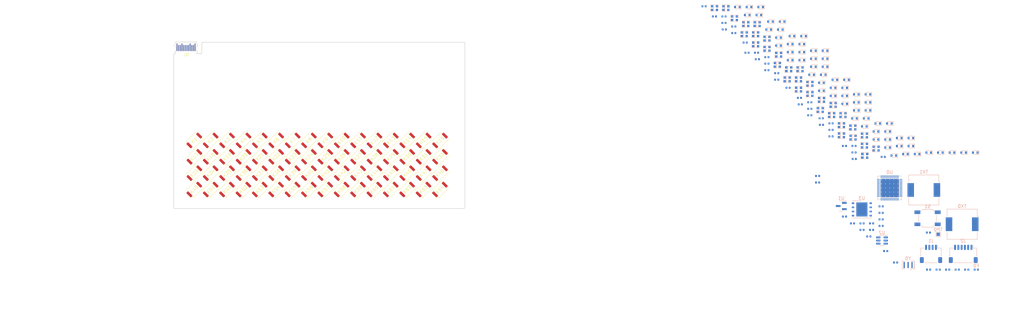
<source format=kicad_pcb>
(kicad_pcb (version 20211014) (generator pcbnew)
  (title_block (title "Hard Light") (date "2021-07-23") (rev "Mark 2 Rev F") (company "Everywhere Defense Industries") (comment 1 "RP2040 MCU") (comment 2 "Has a qwiic/STEMMA-QT port!") (comment 3 "Actually Lights Up Now") (comment 4 "Dual Audio System? Pending."))
  (layers (0 "F.Cu" signal) (1 "In1.Cu" signal) (2 "In2.Cu" signal) (31 "B.Cu" signal) (34 "B.Paste" user) (35 "F.Paste" user) (36 "B.SilkS" user "B.Silkscreen") (37 "F.SilkS" user "F.Silkscreen") (38 "B.Mask" user) (39 "F.Mask" user) (44 "Edge.Cuts" user))
  (net 0 "")
  (net 1 "GND")
  (net 2 "VBUS")
  (net 3 "Net-(D1-Pad2)")
  (net 4 "Net-(D2-Pad2)")
  (net 5 "Net-(D3-Pad2)")
  (net 6 "Net-(D4-Pad2)")
  (net 7 "Net-(D5-Pad2)")
  (net 8 "Net-(D6-Pad2)")
  (net 9 "Net-(D7-Pad2)")
  (net 10 "Net-(D8-Pad2)")
  (net 11 "Net-(D9-Pad2)")
  (net 12 "Net-(D10-Pad2)")
  (net 13 "Net-(D11-Pad2)")
  (net 14 "Net-(D12-Pad2)")
  (net 15 "Net-(D13-Pad2)")
  (net 16 "Net-(D14-Pad2)")
  (net 17 "Net-(D15-Pad2)")
  (net 18 "Net-(D16-Pad2)")
  (net 19 "Net-(D17-Pad2)")
  (net 20 "Net-(D18-Pad2)")
  (net 21 "Net-(D19-Pad2)")
  (net 22 "Net-(D20-Pad2)")
  (net 23 "Net-(D21-Pad2)")
  (net 24 "Net-(D22-Pad2)")
  (net 25 "Net-(D23-Pad2)")
  (net 26 "Net-(D24-Pad2)")
  (net 27 "Net-(D25-Pad2)")
  (net 28 "Net-(D26-Pad2)")
  (net 29 "Net-(D27-Pad2)")
  (net 30 "Net-(D28-Pad2)")
  (net 31 "Net-(D29-Pad2)")
  (net 32 "Net-(D30-Pad2)")
  (net 33 "Net-(D31-Pad2)")
  (net 34 "Net-(D32-Pad2)")
  (net 35 "Net-(D33-Pad2)")
  (net 36 "Net-(D34-Pad2)")
  (net 37 "Net-(D35-Pad2)")
  (net 38 "Net-(D36-Pad2)")
  (net 39 "Net-(D37-Pad2)")
  (net 40 "Net-(D38-Pad2)")
  (net 41 "Net-(D39-Pad2)")
  (net 42 "Net-(D40-Pad2)")
  (net 43 "Net-(D41-Pad2)")
  (net 44 "Net-(D42-Pad2)")
  (net 45 "Net-(D43-Pad2)")
  (net 46 "Net-(D44-Pad2)")
  (net 47 "Net-(D45-Pad2)")
  (net 48 "Net-(D46-Pad2)")
  (net 49 "Net-(D47-Pad2)")
  (net 50 "Net-(D48-Pad2)")
  (net 51 "D+")
  (net 52 "D-")
  (net 53 "Net-(D49-Pad2)")
  (net 54 "Net-(D50-Pad2)")
  (net 55 "Net-(D51-Pad2)")
  (net 56 "Net-(D52-Pad2)")
  (net 57 "Net-(D53-Pad2)")
  (net 58 "Net-(D54-Pad2)")
  (net 59 "Net-(D55-Pad2)")
  (net 60 "Net-(D56-Pad2)")
  (net 61 "Net-(D57-Pad2)")
  (net 62 "Net-(D58-Pad2)")
  (net 63 "Net-(D59-Pad2)")
  (net 64 "Net-(D60-Pad2)")
  (net 65 "Net-(D61-Pad2)")
  (net 66 "Net-(D62-Pad2)")
  (net 67 "Net-(D63-Pad2)")
  (net 68 "Net-(D64-Pad2)")
  (net 71 "Net-(J0-PadB5)")
  (net 72 "Net-(J0-PadA5)")
  (net 73 "vUSB")
  (net 75 "~{RESET}")
  (net 76 "+1V1")
  (net 77 "XIN")
  (net 78 "CS")
  (net 79 "DB+")
  (net 80 "DR-")
  (net 81 "DB-")
  (net 82 "XOUT")
  (net 83 "SD1")
  (net 84 "SD2")
  (net 85 "SD0")
  (net 86 "CLOCK")
  (net 87 "SD3")
  (net 88 "0")
  (net 89 "1")
  (net 90 "2")
  (net 91 "3")
  (net 92 "4")
  (net 93 "5")
  (net 94 "6")
  (net 95 "7")
  (net 96 "8")
  (net 97 "9")
  (net 98 "10")
  (net 99 "11")
  (net 100 "12")
  (net 101 "13")
  (net 102 "14")
  (net 103 "15")
  (net 105 "18")
  (net 106 "19")
  (net 107 "20")
  (net 108 "23")
  (net 109 "24")
  (net 110 "26{slash}A0")
  (net 111 "27{slash}A1")
  (net 112 "29{slash}A3")
  (net 113 "+3V3")
  (net 114 "DR+")
  (net 115 "25")
  (net 116 "28{slash}A2")
  (net 117 "17")
  (net 118 "16")
  (net 119 "21")
  (net 120 "22")
  (net 121 "Net-(LD1-Pad1)")
  (net 122 "Net-(LD2-Pad1)")
  (net 123 "Net-(LD3-Pad1)")
  (net 124 "Net-(LD4-Pad1)")
  (net 125 "Net-(LD5-Pad1)")
  (net 126 "Net-(LD6-Pad1)")
  (net 127 "Net-(LD7-Pad1)")
  (net 128 "Net-(LD8-Pad1)")
  (net 129 "Net-(LD10-Pad3)")
  (net 130 "Net-(LD10-Pad1)")
  (net 131 "Net-(LD11-Pad1)")
  (net 132 "Net-(LD12-Pad1)")
  (net 133 "Net-(LD13-Pad1)")
  (net 134 "Net-(LD14-Pad1)")
  (net 135 "Net-(LD15-Pad1)")
  (net 136 "Net-(LD16-Pad1)")
  (net 137 "Net-(LD17-Pad1)")
  (net 138 "Net-(LD18-Pad1)")
  (net 139 "Net-(LD19-Pad1)")
  (net 140 "Net-(LD20-Pad1)")
  (net 141 "Net-(LD21-Pad1)")
  (net 142 "Net-(LD22-Pad1)")
  (net 143 "Net-(LD23-Pad1)")
  (net 144 "Net-(LD24-Pad1)")
  (net 145 "Net-(LD25-Pad1)")
  (net 146 "Net-(LD26-Pad1)")
  (net 147 "Net-(LD27-Pad1)")
  (net 148 "Net-(LD28-Pad1)")
  (net 149 "Net-(LD29-Pad1)")
  (net 150 "Net-(LD30-Pad1)")
  (net 151 "Net-(LD31-Pad1)")
  (net 153 "Net-(RX1-Pad2)")
  (footprint "Button_Switch_SMD:SW_Push_SPST_NO_Alps_SKRK" (layer "F.Cu") (at 121 105 45)
    (fp_text reference "K41")
    (fp_text value "Keyswitch")
  )
  (footprint "Button_Switch_SMD:SW_Push_SPST_NO_Alps_SKRK" (layer "F.Cu") (at 131 95 45)
    (fp_text reference "K11")
    (fp_text value "Keyswitch")
  )
  (footprint "Button_Switch_SMD:SW_Push_SPST_NO_Alps_SKRK" (layer "F.Cu") (at 106 100 45)
    (fp_text reference "K22")
    (fp_text value "Keyswitch")
  )
  (footprint "Button_Switch_SMD:SW_Push_SPST_NO_Alps_SKRK" (layer "F.Cu") (at 116 105 45)
    (fp_text reference "K40")
    (fp_text value "Keyswitch")
  )
  (footprint "Button_Switch_SMD:SW_Push_SPST_NO_Alps_SKRK" (layer "F.Cu") (at 91 95 45)
    (fp_text reference "K3")
    (fp_text value "Keyswitch")
  )
  (footprint "Button_Switch_SMD:SW_Push_SPST_NO_Alps_SKRK" (layer "F.Cu") (at 125.966 110 45)
    (fp_text reference "K58")
    (fp_text value "Keyswitch")
  )
  (footprint "Button_Switch_SMD:SW_Push_SPST_NO_Alps_SKRK" (layer "F.Cu") (at 140.966 110 45)
    (fp_text reference "K61")
    (fp_text value "Keyswitch")
  )
  (footprint "Button_Switch_SMD:SW_Push_SPST_NO_Alps_SKRK" (layer "F.Cu") (at 126 100 45)
    (fp_text reference "K26")
    (fp_text value "Keyswitch")
  )
  (footprint "Button_Switch_SMD:SW_Push_SPST_NO_Alps_SKRK" (layer "F.Cu") (at 81 110 45)
    (fp_text reference "K49")
    (fp_text value "Keyswitch")
  )
  (footprint "Button_Switch_SMD:SW_Push_SPST_NO_Alps_SKRK" (layer "F.Cu") (at 81.034 105 45)
    (fp_text reference "K33")
    (fp_text value "Keyswitch")
  )
  (footprint "Button_Switch_SMD:SW_Push_SPST_NO_Alps_SKRK" (layer "F.Cu") (at 115.966 110 45)
    (fp_text reference "K56")
    (fp_text value "Keyswitch")
  )
  (footprint "Button_Switch_SMD:SW_Push_SPST_NO_Alps_SKRK" (layer "F.Cu") (at 96 110 45)
    (fp_text reference "K52")
    (fp_text value "Keyswitch")
  )
  (footprint "Button_Switch_SMD:SW_Push_SPST_NO_Alps_SKRK" (layer "F.Cu") (at 86 100 45)
    (fp_text reference "K18")
    (fp_text value "Keyswitch")
  )
  (footprint "Button_Switch_SMD:SW_Push_SPST_NO_Alps_SKRK" (layer "F.Cu") (at 141 105 45)
    (fp_text reference "K45")
    (fp_text value "Keyswitch")
  )
  (footprint "Button_Switch_SMD:SW_Push_SPST_NO_Alps_SKRK" (layer "F.Cu") (at 146 100 45)
    (fp_text reference "K30")
    (fp_text value "Keyswitch")
  )
  (footprint "Button_Switch_SMD:SW_Push_SPST_NO_Alps_SKRK" (layer "F.Cu") (at 135.966 110 45)
    (fp_text reference "K60")
    (fp_text value "Keyswitch")
  )
  (footprint "Button_Switch_SMD:SW_Push_SPST_NO_Alps_SKRK" (layer "F.Cu") (at 105.966 110 45)
    (fp_text reference "K54")
    (fp_text value "Keyswitch")
  )
  (footprint "Button_Switch_SMD:SW_Push_SPST_NO_Alps_SKRK" (layer "F.Cu") (at 155.966 110 45)
    (fp_text reference "K64")
    (fp_text value "Keyswitch")
  )
  (footprint "Button_Switch_SMD:SW_Push_SPST_NO_Alps_SKRK" (layer "F.Cu") (at 146 95 45)
    (fp_text reference "K14")
    (fp_text value "Keyswitch")
  )
  (footprint "Button_Switch_SMD:SW_Push_SPST_NO_Alps_SKRK" (layer "F.Cu") (at 86 95 45)
    (fp_text reference "K2")
    (fp_text value "Keyswitch")
  )
  (footprint "Button_Switch_SMD:SW_Push_SPST_NO_Alps_SKRK" (layer "F.Cu") (at 131 105 45)
    (fp_text reference "K43")
    (fp_text value "Keyswitch")
  )
  (footprint "Button_Switch_SMD:SW_Push_SPST_NO_Alps_SKRK" (layer "F.Cu") (at 96.034 105 45)
    (fp_text reference "K36")
    (fp_text value "Keyswitch")
  )
  (footprint "Button_Switch_SMD:SW_Push_SPST_NO_Alps_SKRK" (layer "F.Cu") (at 136 95 45)
    (fp_text reference "K12")
    (fp_text value "Keyswitch")
  )
  (footprint "Button_Switch_SMD:SW_Push_SPST_NO_Alps_SKRK" (layer "F.Cu") (at 111.034 105 45)
    (fp_text reference "K39")
    (fp_text value "Keyswitch")
  )
  (footprint "Button_Switch_SMD:SW_Push_SPST_NO_Alps_SKRK" (layer "F.Cu") (at 100.966 110 45)
    (fp_text reference "K53")
    (fp_text value "Keyswitch")
  )
  (footprint "Button_Switch_SMD:SW_Push_SPST_NO_Alps_SKRK" (layer "F.Cu") (at 156 95 45)
    (fp_text reference "K16")
    (fp_text value "Keyswitch")
  )
  (footprint "Button_Switch_SMD:SW_Push_SPST_NO_Alps_SKRK" (layer "F.Cu") (at 150.966 110 45)
    (fp_text reference "K63")
    (fp_text value "Keyswitch")
  )
  (footprint "Button_Switch_SMD:SW_Push_SPST_NO_Alps_SKRK" (layer "F.Cu") (at 141 100 45)
    (fp_text reference "K29")
    (fp_text value "Keyswitch")
  )
  (footprint "Button_Switch_SMD:SW_Push_SPST_NO_Alps_SKRK" (layer "F.Cu") (at 136 105 45)
    (fp_text reference "K44")
    (fp_text value "Keyswitch")
  )
  (footprint "Button_Switch_SMD:SW_Push_SPST_NO_Alps_SKRK" (layer "F.Cu") (at 96.034 95 45)
    (fp_text reference "K4")
    (fp_text value "Keyswitch")
  )
  (footprint "Button_Switch_SMD:SW_Push_SPST_NO_Alps_SKRK" (layer "F.Cu") (at 120.966 110 45)
    (fp_text reference "K57")
    (fp_text value "Keyswitch")
  )
  (footprint "Button_Switch_SMD:SW_Push_SPST_NO_Alps_SKRK" (layer "F.Cu") (at 111.034 95 45)
    (fp_text reference "K7")
    (fp_text value "Keyswitch")
  )
  (footprint "Button_Switch_SMD:SW_Push_SPST_NO_Alps_SKRK" (layer "F.Cu") (at 136 100 45)
    (fp_text reference "K28")
    (fp_text value "Keyswitch")
  )
  (footprint "Button_Switch_SMD:SW_Push_SPST_NO_Alps_SKRK" (layer "F.Cu") (at 156 105 45)
    (fp_text reference "K48")
    (fp_text value "Keyswitch")
  )
  (footprint "Button_Switch_SMD:SW_Push_SPST_NO_Alps_SKRK" (layer "F.Cu") (at 126 105 45)
    (fp_text reference "K42")
    (fp_text value "Keyswitch")
  )
  (footprint "EDI:usb-c-pcb" (layer "F.Cu") (at 78.495 69.3625)
    (fp_text reference "J0")
    (fp_text value "USB")
  )
  (footprint "Button_Switch_SMD:SW_Push_SPST_NO_Alps_SKRK" (layer "F.Cu") (at 106 95 45)
    (fp_text reference "K6")
    (fp_text value "Keyswitch")
  )
  (footprint "Button_Switch_SMD:SW_Push_SPST_NO_Alps_SKRK" (layer "F.Cu") (at 130.966 110 45)
    (fp_text reference "K59")
    (fp_text value "Keyswitch")
  )
  (footprint "Button_Switch_SMD:SW_Push_SPST_NO_Alps_SKRK" (layer "F.Cu") (at 121 100 45)
    (fp_text reference "K25")
    (fp_text value "Keyswitch")
  )
  (footprint "Button_Switch_SMD:SW_Push_SPST_NO_Alps_SKRK" (layer "F.Cu") (at 151 105 45)
    (fp_text reference "K47")
    (fp_text value "Keyswitch")
  )
  (footprint "Button_Switch_SMD:SW_Push_SPST_NO_Alps_SKRK" (layer "F.Cu") (at 106 105 45)
    (fp_text reference "K38")
    (fp_text value "Keyswitch")
  )
  (footprint "Button_Switch_SMD:SW_Push_SPST_NO_Alps_SKRK" (layer "F.Cu") (at 141 95 45)
    (fp_text reference "K13")
    (fp_text value "Keyswitch")
  )
  (footprint "Button_Switch_SMD:SW_Push_SPST_NO_Alps_SKRK" (layer "F.Cu") (at 151 95 45)
    (fp_text reference "K15")
    (fp_text value "Keyswitch")
  )
  (footprint "Button_Switch_SMD:SW_Push_SPST_NO_Alps_SKRK" (layer "F.Cu") (at 91 105 45)
    (fp_text reference "K35")
    (fp_text value "Keyswitch")
  )
  (footprint "Button_Switch_SMD:SW_Push_SPST_NO_Alps_SKRK" (layer "F.Cu") (at 116 100 45)
    (fp_text reference "K24")
    (fp_text value "Keyswitch")
  )
  (footprint "Button_Switch_SMD:SW_Push_SPST_NO_Alps_SKRK" (layer "F.Cu") (at 90.966 110 45)
    (fp_text reference "K51")
    (fp_text value "Keyswitch")
  )
  (footprint "Button_Switch_SMD:SW_Push_SPST_NO_Alps_SKRK" (layer "F.Cu") (at 81 95 45)
    (fp_text reference "K1")
    (fp_text value "Keyswitch")
  )
  (footprint "Button_Switch_SMD:SW_Push_SPST_NO_Alps_SKRK" (layer "F.Cu") (at 86 110 45)
    (fp_text reference "K50")
    (fp_text value "Keyswitch")
  )
  (footprint "Button_Switch_SMD:SW_Push_SPST_NO_Alps_SKRK" (layer "F.Cu") (at 111.034 100 45)
    (fp_text reference "K23")
    (fp_text value "Keyswitch")
  )
  (footprint "Button_Switch_SMD:SW_Push_SPST_NO_Alps_SKRK" (layer "F.Cu") (at 86 105 45)
    (fp_text reference "K34")
    (fp_text value "Keyswitch")
  )
  (footprint "Button_Switch_SMD:SW_Push_SPST_NO_Alps_SKRK" (layer "F.Cu") (at 96.034 100 45)
    (fp_text reference "K20")
    (fp_text value "Keyswitch")
  )
  (footprint "Button_Switch_SMD:SW_Push_SPST_NO_Alps_SKRK" (layer "F.Cu") (at 145.966 110 45)
    (fp_text reference "K62")
    (fp_text value "Keyswitch")
  )
  (footprint "Button_Switch_SMD:SW_Push_SPST_NO_Alps_SKRK" (layer "F.Cu") (at 116 95 45)
    (fp_text reference "K8")
    (fp_text value "Keyswitch")
  )
  (footprint "Button_Switch_SMD:SW_Push_SPST_NO_Alps_SKRK" (layer "F.Cu") (at 101 100 45)
    (fp_text reference "K21")
    (fp_text value "Keyswitch")
  )
  (footprint "Button_Switch_SMD:SW_Push_SPST_NO_Alps_SKRK" (layer "F.Cu") (at 101 105 45)
    (fp_text reference "K37")
    (fp_text value "Keyswitch")
  )
  (footprint "Button_Switch_SMD:SW_Push_SPST_NO_Alps_SKRK" (layer "F.Cu") (at 131 100 45)
    (fp_text reference "K27")
    (fp_text value "Keyswitch")
  )
  (footprint "Button_Switch_SMD:SW_Push_SPST_NO_Alps_SKRK" (layer "F.Cu") (at 126 95 45)
    (fp_text reference "K10")
    (fp_text value "Keyswitch")
  )
  (footprint "Button_Switch_SMD:SW_Push_SPST_NO_Alps_SKRK" (layer "F.Cu") (at 121 95 45)
    (fp_text reference "K9")
    (fp_text value "Keyswitch")
  )
  (footprint "Button_Switch_SMD:SW_Push_SPST_NO_Alps_SKRK" (layer "F.Cu") (at 111 110 45)
    (fp_text reference "K55")
    (fp_text value "Keyswitch")
  )
  (footprint "Button_Switch_SMD:SW_Push_SPST_NO_Alps_SKRK" (layer "F.Cu") (at 81.034 100 45)
    (fp_text reference "K17")
    (fp_text value "Keyswitch")
  )
  (footprint "Button_Switch_SMD:SW_Push_SPST_NO_Alps_SKRK" (layer "F.Cu") (at 156 100 45)
    (fp_text reference "K32")
    (fp_text value "Keyswitch")
  )
  (footprint "Button_Switch_SMD:SW_Push_SPST_NO_Alps_SKRK" (layer "F.Cu") (at 151 100 45)
    (fp_text reference "K31")
    (fp_text value "Keyswitch")
  )
  (footprint "Button_Switch_SMD:SW_Push_SPST_NO_Alps_SKRK" (layer "F.Cu") (at 101 95 45)
    (fp_text reference "K5")
    (fp_text value "Keyswitch")
  )
  (footprint "Button_Switch_SMD:SW_Push_SPST_NO_Alps_SKRK" (layer "F.Cu") (at 91 100 45)
    (fp_text reference "K19")
    (fp_text value "Keyswitch")
  )
  (footprint "Button_Switch_SMD:SW_Push_SPST_NO_Alps_SKRK" (layer "F.Cu") (at 146 105 45)
    (fp_text reference "K46")
    (fp_text value "Keyswitch")
  )
  (footprint "EDI:D_SOD-523" (layer "B.Cu") (at 272.406142 77.363 180)
    (fp_text reference "D55")
    (fp_text value "1N4148W-T4")
  )
  (footprint "EDI:D_SOD-523" (layer "B.Cu") (at 260.406142 58.663 180)
    (fp_text reference "D39")
    (fp_text value "1N4148W-T4")
  )
  (footprint "EDI:WS2812B_2020" (layer "B.Cu") (at 278.523642 90.338 180)
    (fp_text reference "LD31" hide)
    (fp_text value "WS2812C")
  )
  (footprint "EDI:D_SOD-523" (layer "B.Cu") (at 280.056142 76.463 180)
    (fp_text reference "D7")
    (fp_text value "1N4148W-T4")
  )
  (footprint "EDI:Passive_0402_1005Metric" (layer "B.Cu") (at 313.856142 134.493 180)
    (fp_text reference "C1" hide)
    (fp_text value "1uf")
  )
  (footprint "EDI:Passive_0402_1005Metric" (layer "B.Cu") (at 287.716142 120.363 180)
    (fp_text reference "C6" hide)
    (fp_text value "100nF")
  )
  (footprint "EDI:Passive_0402_1005Metric" (layer "B.Cu") (at 284.806142 120.363 180)
    (fp_text reference "RX1" hide)
    (fp_text value "1k")
  )
  (footprint "EDI:WS2812B_2020" (layer "B.Cu") (at 249.323642 59.438 180)
    (fp_text reference "LD10" hide)
    (fp_text value "WS2812C")
  )
  (footprint "EDI:WS2812B_2020" (layer "B.Cu") (at 239.773642 54.538 180)
    (fp_text reference "LD13" hide)
    (fp_text value "WS2812C")
  )
  (footprint "EDI:Passive_0402_1005Metric" (layer "B.Cu") (at 275.336142 93.763 180)
    (fp_text reference "LC19" hide)
    (fp_text value "100nF")
  )
  (footprint "EDI:WS2812B_2020" (layer "B.Cu") (at 252.793642 59.438 180)
    (fp_text reference "LD20" hide)
    (fp_text value "WS2812C")
  )
  (footprint "Button_Switch_SMD:SW_SPST_SKQG_WithoutStem" (layer "B.Cu") (at 304.806142 118.793 180)
    (fp_text reference "S1")
    (fp_text value "RESET")
  )
  (footprint "EDI:Passive_0402_1005Metric" (layer "B.Cu") (at 255.766142 69.533 180)
    (fp_text reference "LC29" hide)
    (fp_text value "100nF")
  )
  (footprint "EDI:Passive_0402_1005Metric" (layer "B.Cu") (at 290.626142 121.123 180)
    (fp_text reference "RR1" hide)
    (fp_text value "1k")
  )
  (footprint "EDI:Passive_0402_1005Metric" (layer "B.Cu") (at 268.866142 83.333 180)
    (fp_text reference "LC14" hide)
    (fp_text value "100nF")
  )
  (footprint "EDI:WS2812B_2020" (layer "B.Cu") (at 265.893642 73.238 180)
    (fp_text reference "LD9" hide)
    (fp_text value "WS2812C")
  )
  (footprint "EDI:D_SOD-523" (layer "B.Cu") (at 279.506142 78.913 180)
    (fp_text reference "D15")
    (fp_text value "1N4148W-T4")
  )
  (footprint "EDI:D_SOD-523" (layer "B.Cu") (at 253.856142 54.213 180)
    (fp_text reference "D8")
    (fp_text value "1N4148W-T4")
  )
  (footprint "EDI:D_SOD-523" (layer "B.Cu") (at 262.856142 65.563 180)
    (fp_text reference "D37")
    (fp_text value "1N4148W-T4")
  )
  (footprint "EDI:Passive_0402_1005Metric" (layer "B.Cu") (at 290.626142 117.143 180)
    (fp_text reference "C9" hide)
    (fp_text value "100nF")
  )
  (footprint "EDI:Passive_0402_1005Metric" (layer "B.Cu") (at 242.666142 57.083 180)
    (fp_text reference "LC18" hide)
    (fp_text value "100nF")
  )
  (footprint "EDI:Passive_0402_1005Metric" (layer "B.Cu") (at 262.236142 78.883 180)
    (fp_text reference "LC16" hide)
    (fp_text value "100nF")
  )
  (footprint "EDI:D_SOD-523" (layer "B.Cu") (at 292.606142 97.163 180)
    (fp_text reference "D6")
    (fp_text value "1N4148W-T4")
  )
  (footprint "EDI:WS2812B_2020" (layer "B.Cu") (at 268.893642 80.788 180)
    (fp_text reference "LD29" hide)
    (fp_text value "WS2812C")
  )
  (footprint "EDI:WS2812B_2020" (layer "B.Cu") (at 275.523642 87.238 180)
    (fp_text reference "LD2" hide)
    (fp_text value "WS2812C")
  )
  (footprint "EDI:Passive_0402_1005Metric" (layer "B.Cu") (at 255.766142 71.523 180)
    (fp_text reference "LC26" hide)
    (fp_text value "100nF")
  )
  (footprint "EDI:Passive_0402_1005Metric" (layer "B.Cu") (at 308.036142 134.493 180)
    (fp_text reference "C3" hide)
    (fp_text value "100nF")
  )
  (footprint "EDI:WS2812B_2020" (layer "B.Cu") (at 252.323642 62.538 180)
    (fp_text reference "LD1" hide)
    (fp_text value "WS2812C")
  )
  (footprint "EDI:Passive_0402_1005Metric" (layer "B.Cu") (at 245.666142 60.183 180)
    (fp_text reference "LC5" hide)
    (fp_text value "100nF")
  )
  (footprint "EDI:D_SOD-523" (layer "B.Cu") (at 275.956142 78.913 180)
    (fp_text reference "D59")
    (fp_text value "1N4148W-T4")
  )
  (footprint "EDI:WS2812B_2020" (layer "B.Cu") (at 262.423642 73.238 180)
    (fp_text reference "LD12" hide)
    (fp_text value "WS2812C")
  )
  (footprint "Buzzer_Beeper:Buzzer_CUI_CPT-9019S-SMT" (layer "B.Cu") (at 303.666142 110.143 180)
    (fp_text reference "TX1")
    (fp_text value "Transducer")
  )
  (footprint "EDI:D_SOD-523" (layer "B.Cu") (at 262.856142 70.463 180)
    (fp_text reference "D32")
    (fp_text value "1N4148W-T4")
  )
  (footprint "EDI:D_SOD-523" (layer "B.Cu") (at 250.306142 54.213 180)
    (fp_text reference "D51")
    (fp_text value "1N4148W-T4")
  )
  (footprint "EDI:D_SOD-523" (layer "B.Cu") (at 253.306142 56.663 180)
    (fp_text reference "D19")
    (fp_text value "1N4148W-T4")
  )
  (footprint "EDI:Passive_0402_1005Metric" (layer "B.Cu") (at 268.866142 87.313 180)
    (fp_text reference "LC27" hide)
    (fp_text value "100nF")
  )
  (footprint "EDI:D_SOD-523" (layer "B.Cu") (at 269.956142 67.563 180)
    (fp_text reference "D16")
    (fp_text value "1N4148W-T4")
  )
  (footprint "EDI:D_SOD-523" (layer "B.Cu") (at 285.506142 90.713 180)
    (fp_text reference "D62")
    (fp_text value "1N4148W-T4")
  )
  (footprint "EDI:WS2812B_2020" (layer "B.Cu") (at 272.443642 82.588 180)
    (fp_text reference "LD24" hide)
    (fp_text value "WS2812C")
  )
  (footprint "EDI:D_SOD-523" (layer "B.Cu") (at 269.956142 70.013 180)
    (fp_text reference "D11")
    (fp_text value "1N4148W-T4")
  )
  (footprint "EDI:Passive_0402_1005Metric" (layer "B.Cu") (at 282.436142 100.663 180)
    (fp_text reference "LC13" hide)
    (fp_text value "100nF")
  )
  (footprint "EDI:WS2812B_2020" (layer "B.Cu") (at 255.793642 66.988 180)
    (fp_text reference "LD27" hide)
    (fp_text value "WS2812C")
  )
  (footprint "EDI:D_SOD-523" (layer "B.Cu") (at 312.256142 98.713 180)
    (fp_text reference "D57")
    (fp_text value "1N4148W-T4")
  )
  (footprint "EDI:D_SOD-523" (layer "B.Cu") (at 286.606142 80.913 180)
    (fp_text reference "D20")
    (fp_text value "1N4148W-T4")
  )
  (footprint "EDI:D_SOD-523" (layer "B.Cu") (at 283.056142 80.913 180)
    (fp_text reference "D36")
    (fp_text value "1N4148W-T4")
  )
  (footprint "EDI:D_SOD-523" (layer "B.Cu") (at 259.856142 61.113 180)
    (fp_text reference "D24")
    (fp_text value "1N4148W-T4")
  )
  (footprint "EDI:D_SOD-523" (layer "B.Cu") (at 286.606142 85.813 180)
    (fp_text reference "D14")
    (fp_text value "1N4148W-T4")
  )
  (footprint "Package_DFN_QFN:QFN-56-1EP_7x7mm_P0.4mm_EP5.6x5.6mm_ThermalVias" (layer "B.Cu") (at 293.246142 109.513 180)
    (fp_text reference "U0")
    (fp_text value "RP2040")
  )
  (footprint "EDI:D_SOD-523" (layer "B.Cu") (at 296.156142 94.263 180)
    (fp_text reference "D31")
    (fp_text value "1N4148W-T4")
  )
  (footprint "EDI:Passive_0402_1005Metric" (layer "B.Cu") (at 242.666142 59.073 180)
    (fp_text reference "LC23" hide)
    (fp_text value "100nF")
  )
  (footprint "EDI:Passive_0402_1005Metric" (layer "B.Cu") (at 279.456142 118.263 180)
    (fp_text reference "CF1" hide)
    (fp_text value "100nF")
  )
  (footprint "Buzzer_Beeper:Buzzer_CUI_CPT-9019S-SMT" (layer "B.Cu") (at 315.356142 120.613 180)
    (fp_text reference "TX0")
    (fp_text value "Transducer")
  )
  (footprint "EDI:WS2812B_2020" (layer "B.Cu") (at 285.623642 99.688 180)
    (fp_text reference "LD3" hide)
    (fp_text value "WS2812C")
  )
  (footprint "EDI:Passive_0402_1005Metric" (layer "B.Cu") (at 249.696142 68.183 180)
    (fp_text reference "LC7" hide)
    (fp_text value "100nF")
  )
  (footprint "EDI:Passive_0402_1005Metric" (layer "B.Cu") (at 271.246142 107.853 180)
    (fp_text reference "RC1" hide)
    (fp_text value "5k1")
  )
  (footprint "EDI:WS2812B_2020" (layer "B.Cu") (at 243.243642 54.538 180)
    (fp_text reference "LD8" hide)
    (fp_text value "WS2812C")
  )
  (footprint "EDI:Passive_0402_1005Metric" (layer "B.Cu") (at 272.426142 90.223 180)
    (fp_text reference "LC8" hide)
    (fp_text value "100nF")
  )
  (footprint "EDI:Passive_0402_1005Metric" (layer "B.Cu") (at 242.756142 61.063 180)
    (fp_text reference "LC32" hide)
    (fp_text value "100nF")
  )
  (footprint "Connector_JST:JST_SH_SM04B-SRSS-TB_1x04-1MP_P1.00mm_Horizontal" (layer "B.Cu") (at 305.856142 129.693 180)
    (fp_text reference "J1")
    (fp_text value "qwiic")
  )
  (footprint "EDI:Passive_0402_1005Metric" (layer "B.Cu") (at 290.626142 115.153 180)
    (fp_text reference "RD0" hide)
    (fp_text value "27.4")
  )
  (footprint "EDI:D_SOD-523" (layer "B.Cu") (at 286.056142 88.263 180)
    (fp_text reference "D64")
    (fp_text value "1N4148W-T4")
  )
  (footprint "EDI:D_SOD-523" (layer "B.Cu") (at 266.406142 68.013 180)
    (fp_text reference "D9")
    (fp_text value "1N4148W-T4")
  )
  (footprint "EDI:WS2812B_2020" (layer "B.Cu") (at 265.423642 79.438 180)
    (fp_text reference "LD30" hide)
    (fp_text value "WS2812C")
  )
  (footprint "EDI:D_SOD-523" (layer "B.Cu") (at 262.856142 68.013 180)
    (fp_text reference "D54")
    (fp_text value "1N4148W-T4")
  )
  (footprint "EDI:Passive_0402_1005Metric" (layer "B.Cu") (at 236.586142 53.983 180)
    (fp_text reference "LC9" hide)
    (fp_text value "100nF")
  )
  (footprint "EDI:Passive_0402_1005Metric" (layer "B.Cu") (at 292.026142 128.813 180)
    (fp_text reference "RC2" hide)
    (fp_text value "5k1")
  )
  (footprint "EDI:Passive_0402_1005Metric" (layer "B.Cu") (at 305.076142 123.163 180)
    (fp_text reference "CP0" hide)
    (fp_text value "1uf")
  )
  (footprint "EDI:D_SOD-523" (layer "B.Cu") (at 272.406142 79.813 180)
    (fp_text reference "D26")
    (fp_text value "1N4148W-T4")
  )
  (footprint "EDI:D_SOD-523" (layer "B.Cu") (at 266.956142 63.113 180)
    (fp_text reference "D56")
    (fp_text value "1N4148W-T4")
  )
  (footprint "EDI:Passive_0402_1005Metric" (layer "B.Cu") (at 281.896142 120.363 180)
    (fp_text reference "C8" hide)
    (fp_text value "100nF")
  )
  (footprint "EDI:D_SOD-523" (layer "B.Cu") (at 279.506142 81.363 180)
    (fp_text reference "D45")
    (fp_text value "1N4148W-T4")
  )
  (footprint "EDI:Passive_0402_1005Metric" (layer "B.Cu") (at 265.706142 81.983 180)
    (fp_text reference "LC22" hide)
    (fp_text value "100nF")
  )
  (footprint "EDI:WS2812B_2020" (layer "B.Cu") (at 278.523642 93.438 180)
    (fp_text reference "LD22" hide)
    (fp_text value "WS2812C")
  )
  (footprint "EDI:WS2812B_2020" (layer "B.Cu") (at 258.953642 71.888 180)
    (fp_text reference "LD28" hide)
    (fp_text value "WS2812C")
  )
  (footprint "TestPoint:TestPoint_Pad_1.0x1.0mm" (layer "B.Cu") (at 308.056142 123.693 180)
    (fp_text reference "TP0")
    (fp_text value "22")
  )
  (footprint "EDI:Passive_0402_1005Metric" (layer "B.Cu") (at 282.356142 96.683 180)
    (fp_text reference "LC25" hide)
    (fp_text value "100nF")
  )
  (footprint "EDI:Passive_0402_1005Metric" (layer "B.Cu") (at 252.856142 70.173 180)
    (fp_text reference "LC11" hide)
    (fp_text value "100nF")
  )
  (footprint "EDI:Passive_0402_1005Metric" (layer "B.Cu") (at 291.276142 100.033 180)
    (fp_text reference "LC10" hide)
    (fp_text value "100nF")
  )
  (footprint "EDI:D_SOD-523" (layer "B.Cu") (at 256.306142 61.113 180)
    (fp_text reference "D25")
    (fp_text value "1N4148W-T4")
  )
  (footprint "EDI:D_SOD-523" (layer "B.Cu") (at 259.306142 66.013 180)
    (fp_text reference "D48")
    (fp_text value "1N4148W-T4")
  )
  (footprint "Package_TO_SOT_SMD:SOT-23" (layer "B.Cu") (at 278.466142 115.043 180)
    (fp_text reference "U1")
    (fp_text value "LDO-3.3")
  )
  (footprint "EDI:D_SOD-523" (layer "B.Cu") (at 246.756142 54.213 180)
    (fp_text reference "D4")
    (fp_text value "1N4148W-T4")
  )
  (footprint "EDI:Passive_0402_1005Metric" (layer "B.Cu") (at 268.866142 85.323 180)
    (fp_text reference "LC17" hide)
    (fp_text value "100nF")
  )
  (footprint "EDI:Passive_0402_1005Metric" (layer "B.Cu") (at 272.336142 88.233 180)
    (fp_text reference "LC21" hide)
    (fp_text value "100nF")
  )
  (footprint "EDI:WS2812B_2020" (layer "B.Cu") (at 268.893642 77.688 180)
    (fp_text reference "LD21" hide)
    (fp_text value "WS2812C")
  )
  (footprint "EDI:Passive_0402_1005Metric" (layer "B.Cu") (at 258.766142 76.423 180)
    (fp_text reference "LC20" hide)
    (fp_text value "100nF")
  )
  (footprint "EDI:WS2812B_2020" (layer "B.Cu") (at 275.993642 84.138 180)
    (fp_text reference "LD32" hide)
    (fp_text value "WS2812C")
  )
  (footprint "EDI:WS2812B_2020" (layer "B.Cu") (at 282.073642 94.138 180)
    (fp_text reference "LD26" hide)
    (fp_text value "WS2812C")
  )
  (footprint "EDI:Passive_0402_1005Metric" (layer "B.Cu") (at 275.336142 89.783 180)
    (fp_text reference "LC6" hide)
    (fp_text value "100nF")
  )
  (footprint "EDI:D_SOD-523" (layer "B.Cu") (at 319.356142 98.713 180)
    (fp_text reference "D33")
    (fp_text value "1N4148W-T4")
  )
  (footprint "EDI:Passive_0402_1005Metric" (layer "B.Cu") (at 275.336142 91.773 180)
    (fp_text reference "LC4" hide)
    (fp_text value "100nF")
  )
  (footprint "EDI:WS2812B_2020" (layer "B.Cu") (at 252.323642 65.638 180)
    (fp_text reference "LD7" hide)
    (fp_text value "WS2812C")
  )
  (footprint "EDI:D_SOD-523" (layer "B.Cu") (at 298.056142 99.163 180)
    (fp_text reference "D3")
    (fp_text value "1N4148W-T4")
  )
  (footprint "EDI:WS2812B_2020" (layer "B.Cu") (at 255.793642 63.888 180)
    (fp_text reference "LD5" hide)
    (fp_text value "WS2812C")
  )
  (footprint "EDI:D_SOD-523" (layer "B.Cu") (at 273.506142 70.013 180)
    (fp_text reference "D63")
    (fp_text value "1N4148W-T4")
  )
  (footprint "EDI:WS2812B_2020" (layer "B.Cu") (at 285.543642 93.488 180)
    (fp_text reference "LD4" hide)
    (fp_text value "WS2812C")
  )
  (footprint "Connector_JST:JST_SH_SM06B-SRSS-TB_1x06-1MP_P1.00mm_Horizontal" (layer "B.Cu") (at 315.706142 129.693 180)
    (fp_text reference "J2")
    (fp_text value "SPI Connector")
  )
  (footprint "Package_TO_SOT_SMD:SOT-23-6" (layer "B.Cu") (at 290.906142 125.593 180)
    (fp_text reference "U2")
    (fp_text value "USBLC6-2SC6")
  )
  (footprint "EDI:D_SOD-523" (layer "B.Cu") (at 315.806142 98.713 180)
    (fp_text reference "D1")
    (fp_text value "1N4148W-T4")
  )
  (footprint "EDI:Passive_0402_1005Metric" (layer "B.Cu") (at 287.716142 122.353 180)
    (fp_text reference "CP1" hide)
    (fp_text value "1uf")
  )
  (footprint "EDI:Passive_0402_1005Metric" (layer "B.Cu") (at 286.876142 124.343 180)
    (fp_text reference "C10" hide)
    (fp_text value "100nF")
  )
  (footprint "EDI:Passive_0402_1005Metric" (layer "B.Cu") (at 239.756142 57.083 180)
    (fp_text reference "LC15" hide)
    (fp_text value "100nF")
  )
  (footprint "EDI:D_SOD-523" (layer "B.Cu") (at 299.706142 94.263 180)
    (fp_text reference "D5")
    (fp_text value "1N4148W-T4")
  )
  (footprint "EDI:D_SOD-523" (layer "B.Cu") (at 273.506142 72.463 180)
    (fp_text reference "D34")
    (fp_text value "1N4148W-T4")
  )
  (footprint "EDI:Passive_0402_1005Metric" (layer "B.Cu") (at 310.946142 134.493 180)
    (fp_text reference "C11" hide)
    (fp_text value "1uf")
  )
  (footprint "EDI:WS2812B_2020" (layer "B.Cu") (at 272.053642 85.688 180)
    (fp_text reference "LD11" hide)
    (fp_text value "WS2812C")
  )
  (footprint "EDI:Passive_0402_1005Metric" (layer "B.Cu") (at 316.766142 134.493 180)
    (fp_text reference "C7" hide)
    (fp_text value "100nF")
  )
  (footprint "EDI:D_SOD-523" (layer "B.Cu") (at 279.506142 83.813 180)
    (fp_text reference "D60")
    (fp_text value "1N4148W-T4")
  )
  (footprint "EDI:D_SOD-523" (layer "B.Cu") (at 289.056142 92.263 180)
    (fp_text reference "D42")
    (fp_text value "1N4148W-T4")
  )
  (footprint "EDI:WS2812B_2020" (layer "B.Cu") (at 285.543642 96.588 180)
    (fp_text reference "LD18" hide)
    (fp_text value "WS2812C")
  )
  (footprint "EDI:Passive_0402_1005Metric" (layer "B.Cu") (at 271.246142 105.863 180)
    (fp_text reference "C5" hide)
    (fp_text value "100nF")
  )
  (footprint "EDI:D_SOD-523" (layer "B.Cu") (at 249.756142 56.663 180)
    (fp_text reference "D21")
    (fp_text value "1N4148W-T4")
  )
  (footprint "EDI:D_SOD-523" (layer "B.Cu") (at 292.606142 94.713 180)
    (fp_text reference "D47")
    (fp_text value "1N4148W-T4")
  )
  (footprint "EDI:D_SOD-523" (layer "B.Cu") (at 275.956142 81.363 180)
    (fp_text reference "D58")
    (fp_text value "1N4148W-T4")
  )
  (footprint "EDI:Passive_0402_1005Metric" (layer "B.Cu") (at 290.626142 119.133 180)
    (fp_text reference "RF2" hide)
    (fp_text value "1k")
  )
  (footprint "EDI:WS2812B_2020" (layer "B.Cu") (at 245.853642 57.638 180)
    (fp_text reference "LD25" hide)
    (fp_text value "WS2812C")
  )
  (footprint "EDI:Passive_0402_1005Metric" (layer "B.Cu") (at 258.766142 74.433 180)
    (fp_text reference "LC30" hide)
    (fp_text value "100nF")
  )
  (footprint "EDI:Passive_0402_1005Metric" (layer "B.Cu") (at 305.126142 134.493 180)
    (fp_text reference "C4" hide)
    (fp_text value "100nF")
  )
  (footprint "EDI:WS2812B_2020" (layer "B.Cu") (at 248.853642 62.538 180)
    (fp_text reference "LD23" hide)
    (fp_text value "WS2812C")
  )
  (footprint "EDI:WS2812B_2020" (layer "B.Cu") (at 278.993642 87.238 180)
    (fp_text reference "LD17" hide)
    (fp_text value "WS2812C")
  )
  (footprint "Fuse:Fuse_0402_1005Metric" (layer "B.Cu") (at 319.676142 134.493 180)
    (fp_text reference "F0")
    (fp_text value "6v 500ma")
  )
  (footprint "EDI:D_SOD-523" (layer "B.Cu") (at 256.856142 58.663 180)
    (fp_text reference "D43")
    (fp_text value "1N4148W-T4")
  )
  (footprint "EDI:D_SOD-523" (layer "B.Cu") (at 289.606142 89.813 180)
    (fp_text reference "D30")
    (fp_text value "1N4148W-T4")
  )
  (footprint "EDI:D_SOD-523" (layer "B.Cu") (at 289.056142 94.713 180)
    (fp_text reference "D17")
    (fp_text value "1N4148W-T4")
  )
  (footprint "EDI:WS2812B_2020" (layer "B.Cu") (at 281.993642 91.038 180)
    (fp_text reference "LD19" hide)
    (fp_text value "WS2812C")
  )
  (footprint "EDI:D_SOD-523" (layer "B.Cu") (at 301.606142 99.163 180)
    (fp_text reference "D41")
    (fp_text value "1N4148W-T4")
  )
  (footprint "EDI:WS2812B_2020" (layer "B.Cu") (at 259.343642 68.788 180)
    (fp_text reference "LD6" hide)
    (fp_text value "WS2812C")
  )
  (footprint "EDI:D_SOD-523" (layer "B.Cu") (at 294.506142 99.613 180)
    (fp_text reference "D18")
    (fp_text value "1N4148W-T4")
  )
  (footprint "EDI:Passive_0402_1005Metric" (layer "B.Cu") (at 249.136142 65.083 180)
    (fp_text reference "LC28" hide)
    (fp_text value "100nF")
  )
  (footprint "EDI:D_SOD-523" (layer "B.Cu") (at 296.156142 96.713 180)
    (fp_text reference "D53")
    (fp_text value "1N4148W-T4")
  )
  (footprint "EDI:Passive_0402_1005Metric" (layer "B.Cu") (at 245.666142 62.173 180)
    (fp_text reference "LC3" hide)
    (fp_text value "100nF")
  )
  (footprint "EDI:D_SOD-523" (layer "B.Cu") (at 283.056142 85.813 180)
    (fp_text reference "D49")
    (fp_text value "1N4148W-T4")
  )
  (footprint "EDI:Passive_0402_1005Metric" (layer "B.Cu") (at 265.956142 83.973 180)
    (fp_text reference "LC2" hide)
    (fp_text value "100nF")
  )
  (footprint "EDI:D_SOD-523" (layer "B.Cu") (at 269.406142 74.913 180)
    (fp_text reference "D23")
    (fp_text value "1N4148W-T4")
  )
  (footprint "EDI:D_SOD-523" (layer "B.Cu") (at 259.306142 63.563 180)
    (fp_text reference "D28")
    (fp_text value "1N4148W-T4")
  )
  (footprint "EDI:D_SOD-523" (layer "B.Cu") (at 266.406142 65.563 180)
    (fp_text reference "D44")
    (fp_text value "1N4148W-T4")
  )
  (footprint "EDI:D_SOD-523" (layer "B.Cu") (at 283.056142 83.363 180)
    (fp_text reference "D38")
    (fp_text value "1N4148W-T4")
  )
  (footprint "Package_SON:WSON-8-1EP_6x5mm_P1.27mm_EP3.4x4.3mm" (layer "B.Cu") (at 284.756142 116.093 180)
    (fp_text reference "U3")
    (fp_text value "W25Q128JVS")
  )
  (footprint "EDI:Passive_0402_1005Metric" (layer "B.Cu") (at 282.356142 98.673 180)
    (fp_text reference "LC31" hide)
    (fp_text value "100nF")
  )
  (footprint "EDI:Passive_0402_1005Metric" (layer "B.Cu") (at 284.806142 122.353 180)
    (fp_text reference "RD1" hide)
    (fp_text value "27.4")
  )
  (footprint "EDI:D_SOD-523" (layer "B.Cu") (at 282.506142 88.263 180)
    (fp_text reference "D12")
    (fp_text value "1N4148W-T4")
  )
  (footprint "EDI:D_SOD-523" (layer "B.Cu") (at 293.156142 89.813 180)
    (fp_text reference "D46")
    (fp_text value "1N4148W-T4")
  )
  (footprint "EDI:D_SOD-523" (layer "B.Cu") (at 269.956142 72.463 180)
    (fp_text reference "D61")
    (fp_text value "1N4148W-T4")
  )
  (footprint "EDI:WS2812B_2020" (layer "B.Cu") (at 261.953642 76.338 180)
    (fp_text reference "LD16" hide)
    (fp_text value "WS2812C")
  )
  (footprint "EDI:D_SOD-523" (layer "B.Cu") (at 272.956142 74.913 180)
    (fp_text reference "D52")
    (fp_text value "1N4148W-T4")
  )
  (footprint "EDI:Passive_0402_1005Metric" (layer "B.Cu") (at 295.056142 132.313 180)
    (fp_text reference "C2" hide)
    (fp_text value "100nF")
  )
  (footprint "EDI:D_SOD-523" (layer "B.Cu") (at 266.406142 70.463 180)
    (fp_text reference "D13")
    (fp_text value "1N4148W-T4")
  )
  (footprint "EDI:D_SOD-523" (layer "B.Cu") (at 305.156142 98.713 180)
    (fp_text reference "D22")
    (fp_text value "1N4148W-T4")
  )
  (footprint "EDI:D_SOD-523" (layer "B.Cu") (at 276.506142 76.463 180)
    (fp_text reference "D50")
    (fp_text value "1N4148W-T4")
  )
  (footprint "EDI:Passive_0402_1005Metric" (layer "B.Cu") (at 255.766142 73.513 180)
    (fp_text reference "LC24" hide)
    (fp_text value "100nF")
  )
  (footprint "EDI:D_SOD-523" (layer "B.Cu") (at 292.606142 92.263 180)
    (fp_text reference "D29")
    (fp_text value "1N4148W-T4")
  )
  (footprint "EDI:D_SOD-523" (layer "B.Cu") (at 308.706142 98.713 180)
    (fp_text reference "D35")
    (fp_text value "1N4148W-T4")
  )
  (footprint "EDI:D_SOD-523" (layer "B.Cu") (at 263.406142 63.113 180)
    (fp_text reference "D40")
    (fp_text value "1N4148W-T4")
  )
  (footprint "EDI:D_SOD-523" (layer "B.Cu") (at 299.706142 96.713 180)
    (fp_text reference "D10")
    (fp_text value "1N4148W-T4")
  )
  (footprint "EDI:D_SOD-523" (layer "B.Cu") (at 286.606142 83.363 180)
    (fp_text reference "D27")
    (fp_text value "1N4148W-T4")
  )
  (footprint "EDI:Passive_0402_1005Metric" (layer "B.Cu") (at 279.446142 96.683 180)
    (fp_text reference "LC1" hide)
    (fp_text value "100nF")
  )
  (footprint "EDI:Passive_0402_1005Metric" (layer "B.Cu") (at 252.606142 68.183 180)
    (fp_text reference "LC12" hide)
    (fp_text value "100nF")
  )
  (footprint "EDI:D_SOD-523" (layer "B.Cu") (at 273.506142 67.563 180)
    (fp_text reference "D2")
    (fp_text value "1N4148W-T4")
  )
  (footprint "Crystal:Resonator_SMD_Murata_CSTxExxV-3Pin_3.0x1.1mm" (layer "B.Cu") (at 298.871142 133.078 180)
    (fp_text reference "Y0")
    (fp_text value "CSTCE12M0G55-R0")
  )
  (footprint "EDI:WS2812B_2020" (layer "B.Cu") (at 265.423642 76.338 180)
    (fp_text reference "LD15" hide)
    (fp_text value "WS2812C")
  )
  (footprint "EDI:WS2812B_2020" (layer "B.Cu") (at 289.093642 97.488 180)
    (fp_text reference "LD14" hide)
    (fp_text value "WS2812C")
  )
  (gr_line (start 74.7 115.5) (end 74.7 68.8) (layer "Edge.Cuts") (width 0.15))
  (gr_line (start 75.4 64.9) (end 81.6 64.9) (layer "Edge.Cuts") (width 0.15))
  (gr_line (start 81.9 67.7) (end 81.8 68.5) (layer "Edge.Cuts") (width 0.15))
  (gr_arc (start 75 115.8) (mid 74.787868 115.712132) (end 74.7 115.5) (layer "Edge.Cuts") (width 0.15))
  (gr_arc (start 163.6 115.5) (mid 163.512132 115.712132) (end 163.3 115.8) (layer "Edge.Cuts") (width 0.15))
  (gr_line (start 75.1 66.2) (end 75.1 65.6) (layer "Edge.Cuts") (width 0.15))
  (gr_arc (start 163.3 65) (mid 163.512132 65.087868) (end 163.6 65.3) (layer "Edge.Cuts") (width 0.15))
  (gr_line (start 83.3 68.2) (end 83.3 65.3) (layer "Edge.Cuts") (width 0.15))
  (gr_line (start 163.3 115.8) (end 75 115.8) (layer "Edge.Cuts") (width 0.15))
  (gr_arc (start 81.6 66.5) (mid 81.687868 66.287868) (end 81.9 66.2) (layer "Edge.Cuts") (width 0.15))
  (gr_arc (start 75.1 66.2) (mid 75.312132 66.287868) (end 75.4 66.5) (layer "Edge.Cuts") (width 0.15))
  (gr_arc (start 75.4 67.4) (mid 75.312132 67.612132) (end 75.1 67.7) (layer "Edge.Cuts") (width 0.15))
  (gr_line (start 75.1 65.6) (end 75.4 64.9) (layer "Edge.Cuts") (width 0.15))
  (gr_line (start 81.8 68.5) (end 83 68.5) (layer "Edge.Cuts") (width 0.15))
  (gr_arc (start 83.3 65.3) (mid 83.387868 65.087868) (end 83.6 65) (layer "Edge.Cuts") (width 0.15))
  (gr_line (start 83.6 65) (end 163.3 65) (layer "Edge.Cuts") (width 0.15))
  (gr_line (start 75.15 68.5) (end 75.1 67.7) (layer "Edge.Cuts") (width 0.15))
  (gr_line (start 81.6 64.9) (end 81.9 65.5) (layer "Edge.Cuts") (width 0.15))
  (gr_line (start 163.6 65.3) (end 163.6 115.5) (layer "Edge.Cuts") (width 0.15))
  (gr_arc (start 81.9 67.7) (mid 81.687868 67.612132) (end 81.6 67.4) (layer "Edge.Cuts") (width 0.15))
  (gr_line (start 75.4 67.4) (end 75.4 66.5) (layer "Edge.Cuts") (width 0.15))
  (gr_arc (start 74.7 68.8) (mid 74.787868 68.587868) (end 75 68.5) (layer "Edge.Cuts") (width 0.15))
  (gr_line (start 81.6 66.5) (end 81.6 67.4) (layer "Edge.Cuts") (width 0.15))
  (gr_line (start 81.9 66.2) (end 81.9 65.5) (layer "Edge.Cuts") (width 0.15))
  (gr_arc (start 83.3 68.2) (mid 83.212132 68.412132) (end 83 68.5) (layer "Edge.Cuts") (width 0.15))
  (gr_line (start 75 68.5) (end 75.15 68.5) (layer "Edge.Cuts") (width 0.15))
)
</source>
